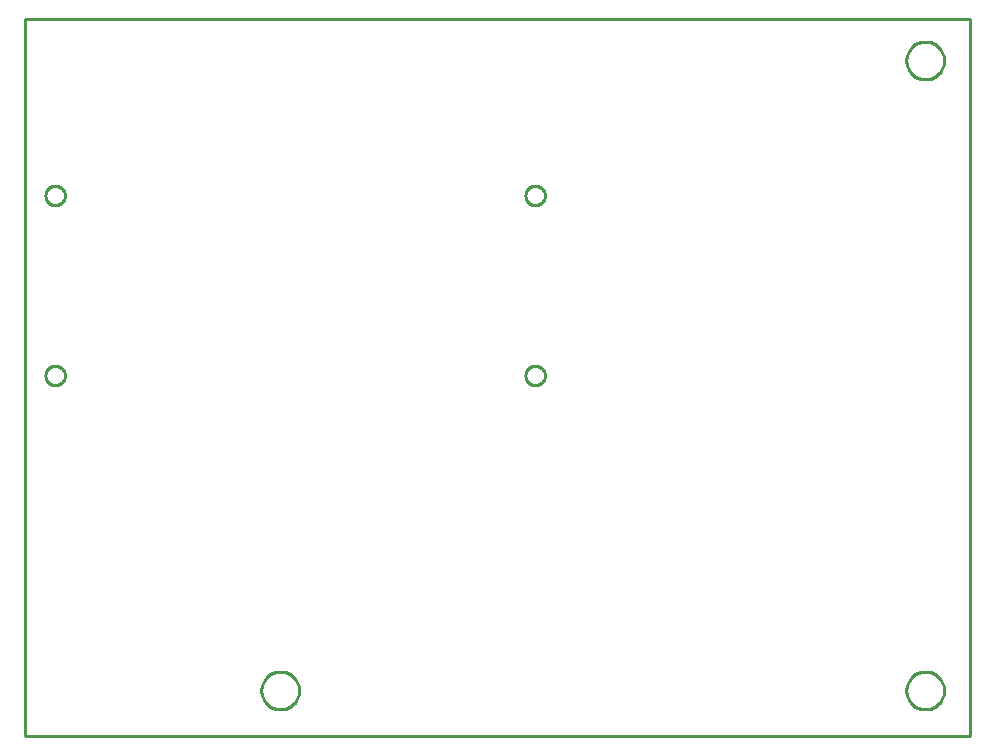
<source format=gbr>
G04 EAGLE Gerber RS-274X export*
G75*
%MOMM*%
%FSLAX34Y34*%
%LPD*%
%IN*%
%IPPOS*%
%AMOC8*
5,1,8,0,0,1.08239X$1,22.5*%
G01*
%ADD10C,0.254000*%


D10*
X0Y0D02*
X799900Y0D01*
X799900Y606300D01*
X0Y606300D01*
X0Y0D01*
X778000Y570976D02*
X777932Y569931D01*
X777795Y568892D01*
X777590Y567865D01*
X777319Y566853D01*
X776983Y565861D01*
X776582Y564893D01*
X776118Y563954D01*
X775595Y563046D01*
X775013Y562175D01*
X774375Y561344D01*
X773684Y560557D01*
X772943Y559816D01*
X772156Y559125D01*
X771325Y558488D01*
X770454Y557906D01*
X769546Y557382D01*
X768607Y556918D01*
X767639Y556517D01*
X766647Y556181D01*
X765635Y555910D01*
X764608Y555705D01*
X763569Y555569D01*
X762524Y555500D01*
X761476Y555500D01*
X760431Y555569D01*
X759392Y555705D01*
X758365Y555910D01*
X757353Y556181D01*
X756361Y556517D01*
X755393Y556918D01*
X754454Y557382D01*
X753546Y557906D01*
X752675Y558488D01*
X751844Y559125D01*
X751057Y559816D01*
X750316Y560557D01*
X749625Y561344D01*
X748988Y562175D01*
X748406Y563046D01*
X747882Y563954D01*
X747418Y564893D01*
X747017Y565861D01*
X746681Y566853D01*
X746410Y567865D01*
X746205Y568892D01*
X746069Y569931D01*
X746000Y570976D01*
X746000Y572024D01*
X746069Y573069D01*
X746205Y574108D01*
X746410Y575135D01*
X746681Y576147D01*
X747017Y577139D01*
X747418Y578107D01*
X747882Y579046D01*
X748406Y579954D01*
X748988Y580825D01*
X749625Y581656D01*
X750316Y582443D01*
X751057Y583184D01*
X751844Y583875D01*
X752675Y584513D01*
X753546Y585095D01*
X754454Y585618D01*
X755393Y586082D01*
X756361Y586483D01*
X757353Y586819D01*
X758365Y587090D01*
X759392Y587295D01*
X760431Y587432D01*
X761476Y587500D01*
X762524Y587500D01*
X763569Y587432D01*
X764608Y587295D01*
X765635Y587090D01*
X766647Y586819D01*
X767639Y586483D01*
X768607Y586082D01*
X769546Y585618D01*
X770454Y585095D01*
X771325Y584513D01*
X772156Y583875D01*
X772943Y583184D01*
X773684Y582443D01*
X774375Y581656D01*
X775013Y580825D01*
X775595Y579954D01*
X776118Y579046D01*
X776582Y578107D01*
X776983Y577139D01*
X777319Y576147D01*
X777590Y575135D01*
X777795Y574108D01*
X777932Y573069D01*
X778000Y572024D01*
X778000Y570976D01*
X778000Y37576D02*
X777932Y36531D01*
X777795Y35492D01*
X777590Y34465D01*
X777319Y33453D01*
X776983Y32461D01*
X776582Y31493D01*
X776118Y30554D01*
X775595Y29646D01*
X775013Y28775D01*
X774375Y27944D01*
X773684Y27157D01*
X772943Y26416D01*
X772156Y25725D01*
X771325Y25088D01*
X770454Y24506D01*
X769546Y23982D01*
X768607Y23518D01*
X767639Y23117D01*
X766647Y22781D01*
X765635Y22510D01*
X764608Y22305D01*
X763569Y22169D01*
X762524Y22100D01*
X761476Y22100D01*
X760431Y22169D01*
X759392Y22305D01*
X758365Y22510D01*
X757353Y22781D01*
X756361Y23117D01*
X755393Y23518D01*
X754454Y23982D01*
X753546Y24506D01*
X752675Y25088D01*
X751844Y25725D01*
X751057Y26416D01*
X750316Y27157D01*
X749625Y27944D01*
X748988Y28775D01*
X748406Y29646D01*
X747882Y30554D01*
X747418Y31493D01*
X747017Y32461D01*
X746681Y33453D01*
X746410Y34465D01*
X746205Y35492D01*
X746069Y36531D01*
X746000Y37576D01*
X746000Y38624D01*
X746069Y39669D01*
X746205Y40708D01*
X746410Y41735D01*
X746681Y42747D01*
X747017Y43739D01*
X747418Y44707D01*
X747882Y45646D01*
X748406Y46554D01*
X748988Y47425D01*
X749625Y48256D01*
X750316Y49043D01*
X751057Y49784D01*
X751844Y50475D01*
X752675Y51113D01*
X753546Y51695D01*
X754454Y52218D01*
X755393Y52682D01*
X756361Y53083D01*
X757353Y53419D01*
X758365Y53690D01*
X759392Y53895D01*
X760431Y54032D01*
X761476Y54100D01*
X762524Y54100D01*
X763569Y54032D01*
X764608Y53895D01*
X765635Y53690D01*
X766647Y53419D01*
X767639Y53083D01*
X768607Y52682D01*
X769546Y52218D01*
X770454Y51695D01*
X771325Y51113D01*
X772156Y50475D01*
X772943Y49784D01*
X773684Y49043D01*
X774375Y48256D01*
X775013Y47425D01*
X775595Y46554D01*
X776118Y45646D01*
X776582Y44707D01*
X776983Y43739D01*
X777319Y42747D01*
X777590Y41735D01*
X777795Y40708D01*
X777932Y39669D01*
X778000Y38624D01*
X778000Y37576D01*
X231900Y37576D02*
X231832Y36531D01*
X231695Y35492D01*
X231490Y34465D01*
X231219Y33453D01*
X230883Y32461D01*
X230482Y31493D01*
X230018Y30554D01*
X229495Y29646D01*
X228913Y28775D01*
X228275Y27944D01*
X227584Y27157D01*
X226843Y26416D01*
X226056Y25725D01*
X225225Y25088D01*
X224354Y24506D01*
X223446Y23982D01*
X222507Y23518D01*
X221539Y23117D01*
X220547Y22781D01*
X219535Y22510D01*
X218508Y22305D01*
X217469Y22169D01*
X216424Y22100D01*
X215376Y22100D01*
X214331Y22169D01*
X213292Y22305D01*
X212265Y22510D01*
X211253Y22781D01*
X210261Y23117D01*
X209293Y23518D01*
X208354Y23982D01*
X207446Y24506D01*
X206575Y25088D01*
X205744Y25725D01*
X204957Y26416D01*
X204216Y27157D01*
X203525Y27944D01*
X202888Y28775D01*
X202306Y29646D01*
X201782Y30554D01*
X201318Y31493D01*
X200917Y32461D01*
X200581Y33453D01*
X200310Y34465D01*
X200105Y35492D01*
X199969Y36531D01*
X199900Y37576D01*
X199900Y38624D01*
X199969Y39669D01*
X200105Y40708D01*
X200310Y41735D01*
X200581Y42747D01*
X200917Y43739D01*
X201318Y44707D01*
X201782Y45646D01*
X202306Y46554D01*
X202888Y47425D01*
X203525Y48256D01*
X204216Y49043D01*
X204957Y49784D01*
X205744Y50475D01*
X206575Y51113D01*
X207446Y51695D01*
X208354Y52218D01*
X209293Y52682D01*
X210261Y53083D01*
X211253Y53419D01*
X212265Y53690D01*
X213292Y53895D01*
X214331Y54032D01*
X215376Y54100D01*
X216424Y54100D01*
X217469Y54032D01*
X218508Y53895D01*
X219535Y53690D01*
X220547Y53419D01*
X221539Y53083D01*
X222507Y52682D01*
X223446Y52218D01*
X224354Y51695D01*
X225225Y51113D01*
X226056Y50475D01*
X226843Y49784D01*
X227584Y49043D01*
X228275Y48256D01*
X228913Y47425D01*
X229495Y46554D01*
X230018Y45646D01*
X230482Y44707D01*
X230883Y43739D01*
X231219Y42747D01*
X231490Y41735D01*
X231695Y40708D01*
X231832Y39669D01*
X231900Y38624D01*
X231900Y37576D01*
X33655Y456794D02*
X33576Y455987D01*
X33417Y455192D01*
X33182Y454416D01*
X32871Y453666D01*
X32489Y452951D01*
X32038Y452277D01*
X31524Y451650D01*
X30950Y451076D01*
X30323Y450562D01*
X29649Y450111D01*
X28934Y449729D01*
X28184Y449418D01*
X27408Y449183D01*
X26613Y449025D01*
X25806Y448945D01*
X24994Y448945D01*
X24187Y449025D01*
X23392Y449183D01*
X22616Y449418D01*
X21866Y449729D01*
X21151Y450111D01*
X20477Y450562D01*
X19850Y451076D01*
X19276Y451650D01*
X18762Y452277D01*
X18311Y452951D01*
X17929Y453666D01*
X17618Y454416D01*
X17383Y455192D01*
X17225Y455987D01*
X17145Y456794D01*
X17145Y457606D01*
X17225Y458413D01*
X17383Y459208D01*
X17618Y459984D01*
X17929Y460734D01*
X18311Y461449D01*
X18762Y462123D01*
X19276Y462750D01*
X19850Y463324D01*
X20477Y463838D01*
X21151Y464289D01*
X21866Y464671D01*
X22616Y464982D01*
X23392Y465217D01*
X24187Y465376D01*
X24994Y465455D01*
X25806Y465455D01*
X26613Y465376D01*
X27408Y465217D01*
X28184Y464982D01*
X28934Y464671D01*
X29649Y464289D01*
X30323Y463838D01*
X30950Y463324D01*
X31524Y462750D01*
X32038Y462123D01*
X32489Y461449D01*
X32871Y460734D01*
X33182Y459984D01*
X33417Y459208D01*
X33576Y458413D01*
X33655Y457606D01*
X33655Y456794D01*
X33655Y304394D02*
X33576Y303587D01*
X33417Y302792D01*
X33182Y302016D01*
X32871Y301266D01*
X32489Y300551D01*
X32038Y299877D01*
X31524Y299250D01*
X30950Y298676D01*
X30323Y298162D01*
X29649Y297711D01*
X28934Y297329D01*
X28184Y297018D01*
X27408Y296783D01*
X26613Y296625D01*
X25806Y296545D01*
X24994Y296545D01*
X24187Y296625D01*
X23392Y296783D01*
X22616Y297018D01*
X21866Y297329D01*
X21151Y297711D01*
X20477Y298162D01*
X19850Y298676D01*
X19276Y299250D01*
X18762Y299877D01*
X18311Y300551D01*
X17929Y301266D01*
X17618Y302016D01*
X17383Y302792D01*
X17225Y303587D01*
X17145Y304394D01*
X17145Y305206D01*
X17225Y306013D01*
X17383Y306808D01*
X17618Y307584D01*
X17929Y308334D01*
X18311Y309049D01*
X18762Y309723D01*
X19276Y310350D01*
X19850Y310924D01*
X20477Y311438D01*
X21151Y311889D01*
X21866Y312271D01*
X22616Y312582D01*
X23392Y312817D01*
X24187Y312976D01*
X24994Y313055D01*
X25806Y313055D01*
X26613Y312976D01*
X27408Y312817D01*
X28184Y312582D01*
X28934Y312271D01*
X29649Y311889D01*
X30323Y311438D01*
X30950Y310924D01*
X31524Y310350D01*
X32038Y309723D01*
X32489Y309049D01*
X32871Y308334D01*
X33182Y307584D01*
X33417Y306808D01*
X33576Y306013D01*
X33655Y305206D01*
X33655Y304394D01*
X440055Y304394D02*
X439976Y303587D01*
X439817Y302792D01*
X439582Y302016D01*
X439271Y301266D01*
X438889Y300551D01*
X438438Y299877D01*
X437924Y299250D01*
X437350Y298676D01*
X436723Y298162D01*
X436049Y297711D01*
X435334Y297329D01*
X434584Y297018D01*
X433808Y296783D01*
X433013Y296625D01*
X432206Y296545D01*
X431394Y296545D01*
X430587Y296625D01*
X429792Y296783D01*
X429016Y297018D01*
X428266Y297329D01*
X427551Y297711D01*
X426877Y298162D01*
X426250Y298676D01*
X425676Y299250D01*
X425162Y299877D01*
X424711Y300551D01*
X424329Y301266D01*
X424018Y302016D01*
X423783Y302792D01*
X423625Y303587D01*
X423545Y304394D01*
X423545Y305206D01*
X423625Y306013D01*
X423783Y306808D01*
X424018Y307584D01*
X424329Y308334D01*
X424711Y309049D01*
X425162Y309723D01*
X425676Y310350D01*
X426250Y310924D01*
X426877Y311438D01*
X427551Y311889D01*
X428266Y312271D01*
X429016Y312582D01*
X429792Y312817D01*
X430587Y312976D01*
X431394Y313055D01*
X432206Y313055D01*
X433013Y312976D01*
X433808Y312817D01*
X434584Y312582D01*
X435334Y312271D01*
X436049Y311889D01*
X436723Y311438D01*
X437350Y310924D01*
X437924Y310350D01*
X438438Y309723D01*
X438889Y309049D01*
X439271Y308334D01*
X439582Y307584D01*
X439817Y306808D01*
X439976Y306013D01*
X440055Y305206D01*
X440055Y304394D01*
X440055Y456794D02*
X439976Y455987D01*
X439817Y455192D01*
X439582Y454416D01*
X439271Y453666D01*
X438889Y452951D01*
X438438Y452277D01*
X437924Y451650D01*
X437350Y451076D01*
X436723Y450562D01*
X436049Y450111D01*
X435334Y449729D01*
X434584Y449418D01*
X433808Y449183D01*
X433013Y449025D01*
X432206Y448945D01*
X431394Y448945D01*
X430587Y449025D01*
X429792Y449183D01*
X429016Y449418D01*
X428266Y449729D01*
X427551Y450111D01*
X426877Y450562D01*
X426250Y451076D01*
X425676Y451650D01*
X425162Y452277D01*
X424711Y452951D01*
X424329Y453666D01*
X424018Y454416D01*
X423783Y455192D01*
X423625Y455987D01*
X423545Y456794D01*
X423545Y457606D01*
X423625Y458413D01*
X423783Y459208D01*
X424018Y459984D01*
X424329Y460734D01*
X424711Y461449D01*
X425162Y462123D01*
X425676Y462750D01*
X426250Y463324D01*
X426877Y463838D01*
X427551Y464289D01*
X428266Y464671D01*
X429016Y464982D01*
X429792Y465217D01*
X430587Y465376D01*
X431394Y465455D01*
X432206Y465455D01*
X433013Y465376D01*
X433808Y465217D01*
X434584Y464982D01*
X435334Y464671D01*
X436049Y464289D01*
X436723Y463838D01*
X437350Y463324D01*
X437924Y462750D01*
X438438Y462123D01*
X438889Y461449D01*
X439271Y460734D01*
X439582Y459984D01*
X439817Y459208D01*
X439976Y458413D01*
X440055Y457606D01*
X440055Y456794D01*
M02*

</source>
